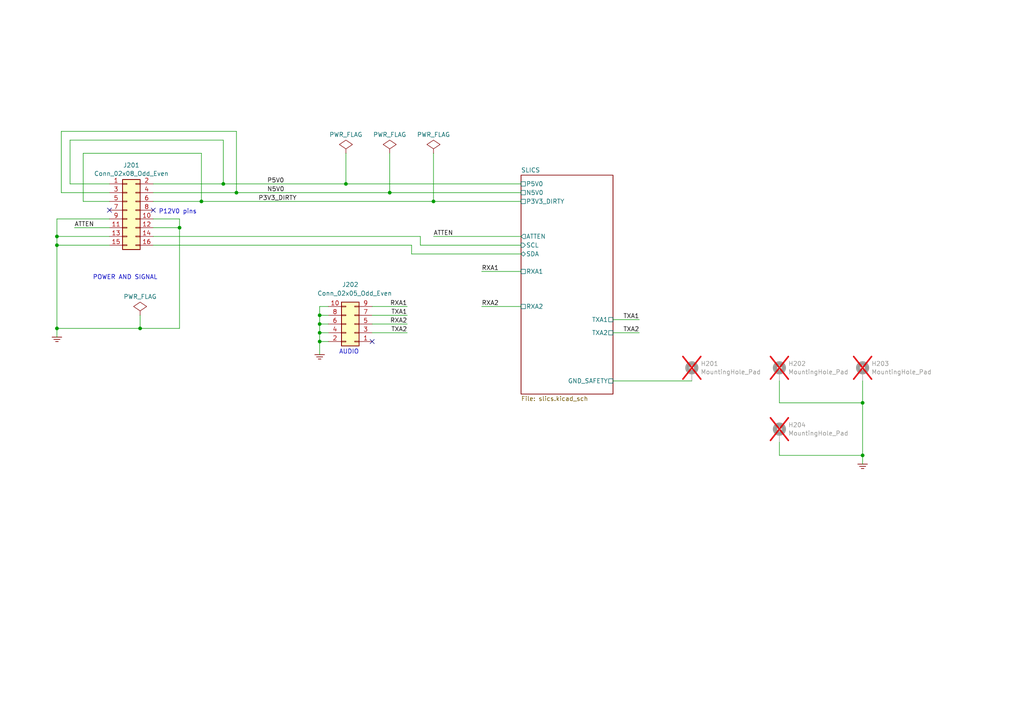
<source format=kicad_sch>
(kicad_sch (version 20231120) (generator "eeschema") (generator_version "8.0")
  (paper "A4")
  (title_block (title "Dual SLIC interface") (date "2024-04-25") (rev "A"))
  (lib_symbols
    (symbol "Connector_Generic:Conn_02x05_Odd_Even" (pin_names (offset 1.016) hide)
      (property "Reference" "J" (at 1.27 7.62 0))
      (property "Value" "Conn_02x05_Odd_Even" (at 1.27 -7.62 0))
      (symbol "Conn_02x05_Odd_Even_1_1"
        (rectangle (start -1.27 -4.953) (end 0 -5.207) (stroke (width 0.1524)))
        (rectangle (start -1.27 -2.413) (end 0 -2.667) (stroke (width 0.1524)))
        (rectangle (start -1.27 0.127) (end 0 -0.127) (stroke (width 0.1524)))
        (rectangle (start -1.27 2.667) (end 0 2.413) (stroke (width 0.1524)))
        (rectangle (start -1.27 5.207) (end 0 4.953) (stroke (width 0.1524)))
        (rectangle (start -1.27 6.35) (end 3.81 -6.35) (stroke (width 0.254)) (fill (type background)))
        (rectangle (start 3.81 -4.953) (end 2.54 -5.207) (stroke (width 0.1524)))
        (rectangle (start 3.81 -2.413) (end 2.54 -2.667) (stroke (width 0.1524)))
        (rectangle (start 3.81 0.127) (end 2.54 -0.127) (stroke (width 0.1524)))
        (rectangle (start 3.81 2.667) (end 2.54 2.413) (stroke (width 0.1524)))
        (rectangle (start 3.81 5.207) (end 2.54 4.953) (stroke (width 0.1524)))
        (pin passive line (at -5.08 5.08 0) (length 3.81) (name "Pin_1") (number "1"))
        (pin passive line (at 7.62 -5.08 180) (length 3.81) (name "Pin_10") (number "10"))
        (pin passive line (at 7.62 5.08 180) (length 3.81) (name "Pin_2") (number "2"))
        (pin passive line (at -5.08 2.54 0) (length 3.81) (name "Pin_3") (number "3"))
        (pin passive line (at 7.62 2.54 180) (length 3.81) (name "Pin_4") (number "4"))
        (pin passive line (at -5.08 0 0) (length 3.81) (name "Pin_5") (number "5"))
        (pin passive line (at 7.62 0 180) (length 3.81) (name "Pin_6") (number "6"))
        (pin passive line (at -5.08 -2.54 0) (length 3.81) (name "Pin_7") (number "7"))
        (pin passive line (at 7.62 -2.54 180) (length 3.81) (name "Pin_8") (number "8"))
        (pin passive line (at -5.08 -5.08 0) (length 3.81) (name "Pin_9") (number "9"))
      )
    )
    (symbol "Connector_Generic:Conn_02x08_Odd_Even" (pin_names (offset 1.016) hide)
      (property "Reference" "J" (at 1.27 10.16 0))
      (property "Value" "Conn_02x08_Odd_Even" (at 1.27 -12.7 0))
      (symbol "Conn_02x08_Odd_Even_1_1"
        (rectangle (start -1.27 -10.033) (end 0 -10.287) (stroke (width 0.1524)))
        (rectangle (start -1.27 -7.493) (end 0 -7.747) (stroke (width 0.1524)))
        (rectangle (start -1.27 -4.953) (end 0 -5.207) (stroke (width 0.1524)))
        (rectangle (start -1.27 -2.413) (end 0 -2.667) (stroke (width 0.1524)))
        (rectangle (start -1.27 0.127) (end 0 -0.127) (stroke (width 0.1524)))
        (rectangle (start -1.27 2.667) (end 0 2.413) (stroke (width 0.1524)))
        (rectangle (start -1.27 5.207) (end 0 4.953) (stroke (width 0.1524)))
        (rectangle (start -1.27 7.747) (end 0 7.493) (stroke (width 0.1524)))
        (rectangle (start -1.27 8.89) (end 3.81 -11.43) (stroke (width 0.254)) (fill (type background)))
        (rectangle (start 3.81 -10.033) (end 2.54 -10.287) (stroke (width 0.1524)))
        (rectangle (start 3.81 -7.493) (end 2.54 -7.747) (stroke (width 0.1524)))
        (rectangle (start 3.81 -4.953) (end 2.54 -5.207) (stroke (width 0.1524)))
        (rectangle (start 3.81 -2.413) (end 2.54 -2.667) (stroke (width 0.1524)))
        (rectangle (start 3.81 0.127) (end 2.54 -0.127) (stroke (width 0.1524)))
        (rectangle (start 3.81 2.667) (end 2.54 2.413) (stroke (width 0.1524)))
        (rectangle (start 3.81 5.207) (end 2.54 4.953) (stroke (width 0.1524)))
        (rectangle (start 3.81 7.747) (end 2.54 7.493) (stroke (width 0.1524)))
        (pin passive line (at -5.08 7.62 0) (length 3.81) (name "Pin_1") (number "1"))
        (pin passive line (at 7.62 -2.54 180) (length 3.81) (name "Pin_10") (number "10"))
        (pin passive line (at -5.08 -5.08 0) (length 3.81) (name "Pin_11") (number "11"))
        (pin passive line (at 7.62 -5.08 180) (length 3.81) (name "Pin_12") (number "12"))
        (pin passive line (at -5.08 -7.62 0) (length 3.81) (name "Pin_13") (number "13"))
        (pin passive line (at 7.62 -7.62 180) (length 3.81) (name "Pin_14") (number "14"))
        (pin passive line (at -5.08 -10.16 0) (length 3.81) (name "Pin_15") (number "15"))
        (pin passive line (at 7.62 -10.16 180) (length 3.81) (name "Pin_16") (number "16"))
        (pin passive line (at 7.62 7.62 180) (length 3.81) (name "Pin_2") (number "2"))
        (pin passive line (at -5.08 5.08 0) (length 3.81) (name "Pin_3") (number "3"))
        (pin passive line (at 7.62 5.08 180) (length 3.81) (name "Pin_4") (number "4"))
        (pin passive line (at -5.08 2.54 0) (length 3.81) (name "Pin_5") (number "5"))
        (pin passive line (at 7.62 2.54 180) (length 3.81) (name "Pin_6") (number "6"))
        (pin passive line (at -5.08 0 0) (length 3.81) (name "Pin_7") (number "7"))
        (pin passive line (at 7.62 0 180) (length 3.81) (name "Pin_8") (number "8"))
        (pin passive line (at -5.08 -2.54 0) (length 3.81) (name "Pin_9") (number "9"))
      )
    )
    (symbol "Mechanical:MountingHole_Pad" (pin_numbers hide) (pin_names (offset 1.016) hide)
      (property "Reference" "H" (at 0 6.35 0))
      (property "Value" "MountingHole_Pad" (at 0 4.445 0))
      (symbol "MountingHole_Pad_0_1"
        (circle (center 0 1.27) (radius 1.27) (stroke (width 1.27)))
      )
      (symbol "MountingHole_Pad_1_1"
        (pin input line (at 0 -2.54 90) (length 2.54) (name "1") (number "1"))
      )
    )
    (symbol "custom:GND" (power) (pin_names (offset 0))
      (symbol "GND_0_1"
        (polyline (pts (xy -1.397 0) (xy 1.397 0)) (stroke (width 0.2032)))
        (polyline (pts (xy -0.889 -0.635) (xy 0.889 -0.635)) (stroke (width 0.2032)))
        (polyline (pts (xy -0.381 -1.27) (xy 0.381 -1.27)) (stroke (width 0.2032)))
      )
      (symbol "GND_1_1"
        (pin power_in line (at 0 0 90) (length 0) hide (name "GND") (number "1"))
      )
    )
    (symbol "custom:PWR_FLAG" (power) (pin_numbers hide) (pin_names (offset 0) hide)
      (property "Value" "PWR_FLAG" (at 0 4.572 0))
      (symbol "PWR_FLAG_0_0"
        (pin power_out line (at 0 0 90) (length 0) (name "pwr") (number "1"))
      )
      (symbol "PWR_FLAG_0_1"
        (polyline (pts (xy 0 0) (xy 0 1.27) (xy -1.905 2.54) (xy 0 3.81) (xy 1.905 2.54) (xy 0 1.27)))
      )
    )
  )
  (junction (at 16.51 95.25))
  (junction (at 58.42 58.42))
  (junction (at 92.71 99.06))
  (junction (at 52.07 66.04))
  (junction (at 40.64 95.25))
  (junction (at 16.51 68.58))
  (junction (at 250.19 116.84))
  (junction (at 100.33 53.34))
  (junction (at 92.71 96.52))
  (junction (at 68.58 55.88))
  (junction (at 125.73 58.42))
  (junction (at 92.71 93.98))
  (junction (at 250.19 132.08))
  (junction (at 113.03 55.88))
  (junction (at 64.77 53.34))
  (junction (at 92.71 91.44))
  (junction (at 16.51 71.12))
  (no_connect (at 107.95 99.06))
  (no_connect (at 31.75 60.96))
  (no_connect (at 44.45 60.96))
  (wire (pts (xy 107.95 91.44) (xy 118.11 91.44)))
  (wire (pts (xy 44.45 55.88) (xy 68.58 55.88)))
  (wire (pts (xy 52.07 95.25) (xy 40.64 95.25)))
  (wire (pts (xy 68.58 38.1) (xy 68.58 55.88)))
  (wire (pts (xy 177.8 110.49) (xy 200.66 110.49)))
  (wire (pts (xy 100.33 44.45) (xy 100.33 53.34)))
  (wire (pts (xy 107.95 96.52) (xy 118.11 96.52)))
  (wire (pts (xy 92.71 99.06) (xy 92.71 102.87)))
  (wire (pts (xy 16.51 68.58) (xy 16.51 71.12)))
  (wire (pts (xy 17.78 55.88) (xy 17.78 38.1)))
  (wire (pts (xy 151.13 73.66) (xy 119.38 73.66)))
  (wire (pts (xy 16.51 71.12) (xy 31.75 71.12)))
  (wire (pts (xy 250.19 132.08) (xy 250.19 134.62)))
  (wire (pts (xy 113.03 44.45) (xy 113.03 55.88)))
  (wire (pts (xy 226.06 132.08) (xy 250.19 132.08)))
  (wire (pts (xy 64.77 53.34) (xy 100.33 53.34)))
  (wire (pts (xy 44.45 66.04) (xy 52.07 66.04)))
  (wire (pts (xy 107.95 93.98) (xy 118.11 93.98)))
  (wire (pts (xy 20.32 40.64) (xy 64.77 40.64)))
  (wire (pts (xy 125.73 44.45) (xy 125.73 58.42)))
  (wire (pts (xy 16.51 71.12) (xy 16.51 95.25)))
  (wire (pts (xy 17.78 38.1) (xy 68.58 38.1)))
  (wire (pts (xy 21.59 66.04) (xy 31.75 66.04)))
  (wire (pts (xy 40.64 91.44) (xy 40.64 95.25)))
  (wire (pts (xy 121.92 71.12) (xy 121.92 68.58)))
  (wire (pts (xy 139.7 78.74) (xy 151.13 78.74)))
  (wire (pts (xy 24.13 44.45) (xy 58.42 44.45)))
  (wire (pts (xy 52.07 63.5) (xy 52.07 66.04)))
  (wire (pts (xy 16.51 95.25) (xy 16.51 97.79)))
  (wire (pts (xy 226.06 110.49) (xy 226.06 116.84)))
  (wire (pts (xy 226.06 116.84) (xy 250.19 116.84)))
  (wire (pts (xy 226.06 128.27) (xy 226.06 132.08)))
  (wire (pts (xy 250.19 116.84) (xy 250.19 132.08)))
  (wire (pts (xy 58.42 58.42) (xy 125.73 58.42)))
  (wire (pts (xy 95.25 99.06) (xy 92.71 99.06)))
  (wire (pts (xy 58.42 44.45) (xy 58.42 58.42)))
  (wire (pts (xy 125.73 58.42) (xy 151.13 58.42)))
  (wire (pts (xy 95.25 88.9) (xy 92.71 88.9)))
  (wire (pts (xy 95.25 91.44) (xy 92.71 91.44)))
  (wire (pts (xy 44.45 58.42) (xy 58.42 58.42)))
  (wire (pts (xy 40.64 95.25) (xy 16.51 95.25)))
  (wire (pts (xy 31.75 55.88) (xy 17.78 55.88)))
  (wire (pts (xy 64.77 40.64) (xy 64.77 53.34)))
  (wire (pts (xy 119.38 73.66) (xy 119.38 71.12)))
  (wire (pts (xy 52.07 66.04) (xy 52.07 95.25)))
  (wire (pts (xy 24.13 58.42) (xy 24.13 44.45)))
  (wire (pts (xy 95.25 93.98) (xy 92.71 93.98)))
  (wire (pts (xy 16.51 63.5) (xy 31.75 63.5)))
  (wire (pts (xy 92.71 96.52) (xy 92.71 99.06)))
  (wire (pts (xy 121.92 71.12) (xy 151.13 71.12)))
  (wire (pts (xy 44.45 53.34) (xy 64.77 53.34)))
  (wire (pts (xy 44.45 63.5) (xy 52.07 63.5)))
  (wire (pts (xy 92.71 88.9) (xy 92.71 91.44)))
  (wire (pts (xy 107.95 88.9) (xy 118.11 88.9)))
  (wire (pts (xy 20.32 53.34) (xy 20.32 40.64)))
  (wire (pts (xy 177.8 96.52) (xy 185.42 96.52)))
  (wire (pts (xy 113.03 55.88) (xy 151.13 55.88)))
  (wire (pts (xy 92.71 91.44) (xy 92.71 93.98)))
  (wire (pts (xy 125.73 68.58) (xy 151.13 68.58)))
  (wire (pts (xy 31.75 58.42) (xy 24.13 58.42)))
  (wire (pts (xy 177.8 92.71) (xy 185.42 92.71)))
  (wire (pts (xy 16.51 63.5) (xy 16.51 68.58)))
  (wire (pts (xy 16.51 68.58) (xy 31.75 68.58)))
  (wire (pts (xy 95.25 96.52) (xy 92.71 96.52)))
  (wire (pts (xy 44.45 71.12) (xy 119.38 71.12)))
  (wire (pts (xy 100.33 53.34) (xy 151.13 53.34)))
  (wire (pts (xy 31.75 53.34) (xy 20.32 53.34)))
  (wire (pts (xy 121.92 68.58) (xy 44.45 68.58)))
  (wire (pts (xy 68.58 55.88) (xy 113.03 55.88)))
  (wire (pts (xy 250.19 110.49) (xy 250.19 116.84)))
  (wire (pts (xy 92.71 93.98) (xy 92.71 96.52)))
  (wire (pts (xy 139.7 88.9) (xy 151.13 88.9)))
  (text "AUDIO" (at 104.14 102.87 0) (effects (font (size 1.27 1.27)) (justify right bottom)))
  (text "POWER AND SIGNAL" (at 45.72 81.28 0) (effects (font (size 1.27 1.27)) (justify right bottom)))
  (text "P12V0 pins" (at 51.562 61.468 0) (effects (font (size 1.27 1.27))))
  (label "RXA1" (at 139.7 78.74 0))
  (label "RXA1" (at 118.11 88.9 180))
  (label "RXA2" (at 118.11 93.98 180))
  (label "RXA2" (at 139.7 88.9 0))
  (label "N5V0" (at 77.47 55.88 0))
  (label "TXA1" (at 185.42 92.71 180))
  (label "TXA2" (at 185.42 96.52 180))
  (label "ATTEN" (at 21.59 66.04 0))
  (label "TXA2" (at 118.11 96.52 180))
  (label "P3V3_DIRTY" (at 74.93 58.42 0))
  (label "P5V0" (at 77.47 53.34 0))
  (label "ATTEN" (at 125.73 68.58 0))
  (label "TXA1" (at 118.11 91.44 180))
  (symbol (lib_id "custom:PWR_FLAG") (at 113.03 44.45 0) (unit 1)
    (property "Reference" "#FLG0202" (effects (hide yes)))
    (property "Value" "PWR_FLAG" (at 113.03 39.0469 0))
  )
  (symbol (lib_id "custom:PWR_FLAG") (at 125.73 44.45 0) (unit 1)
    (property "Reference" "#FLG0203" (effects (hide yes)))
    (property "Value" "PWR_FLAG" (at 125.73 39.0469 0))
  )
  (symbol (lib_id "Connector_Generic:Conn_02x08_Odd_Even") (at 36.83 60.96 0) (unit 1)
    (property "Reference" "J201" (at 38.1 47.9255 0))
    (property "Value" "Conn_02x08_Odd_Even" (at 38.1 50.3498 0))
    (property "Footprint" "Connector_PinHeader_2.54mm:PinHeader_2x08_P2.54mm_Horizontal" (effects (hide yes)))
    (property "Description" "Generic connector, double row, 02x08, odd/even pin numbering scheme (row 1 odd numbers, row 2 even numbers), script generated (kicad-library-utils/schlib/autogen/connector/)" (effects (hide yes)))
    (property "PartNumber" "800425-116" (effects (hide yes)))
  )
  (symbol (lib_id "Mechanical:MountingHole_Pad") (at 226.06 107.95 0) (unit 1) (in_bom no) (dnp yes)
    (property "Reference" "H202" (at 228.6 105.4678 0) (effects (justify left)))
    (property "Value" "MountingHole_Pad" (at 228.6 107.8921 0) (effects (justify left)))
    (property "Footprint" "MountingHole:MountingHole_3.2mm_M3_Pad_Via" (effects (hide yes)))
    (property "Description" "Mounting Hole with connection" (effects (hide yes)))
    (property "PartNumber" "800XXX-XXX" (effects (hide yes)))
  )
  (symbol (lib_id "Mechanical:MountingHole_Pad") (at 250.19 107.95 0) (unit 1) (in_bom no) (dnp yes)
    (property "Reference" "H203" (at 252.73 105.4678 0) (effects (justify left)))
    (property "Value" "MountingHole_Pad" (at 252.73 107.8921 0) (effects (justify left)))
    (property "Footprint" "MountingHole:MountingHole_3.2mm_M3_Pad_Via" (effects (hide yes)))
    (property "Description" "Mounting Hole with connection" (effects (hide yes)))
    (property "PartNumber" "800XXX-XXX" (effects (hide yes)))
  )
  (symbol (lib_id "Connector_Generic:Conn_02x05_Odd_Even") (at 102.87 93.98 180) (unit 1)
    (property "Reference" "J202" (at 101.6 82.55 0))
    (property "Value" "Conn_02x05_Odd_Even" (at 102.87 85.09 0))
    (property "Footprint" "Connector_PinHeader_2.54mm:PinHeader_2x05_P2.54mm_Horizontal" (effects (hide yes)))
    (property "Description" "Generic connector, double row, 02x05, odd/even pin numbering scheme (row 1 odd numbers, row 2 even numbers), script generated (kicad-library-utils/schlib/autogen/connector/)" (effects (hide yes)))
    (property "PartNumber" "800425-110" (effects (hide yes)))
  )
  (symbol (lib_id "custom:PWR_FLAG") (at 40.64 91.44 0) (unit 1)
    (property "Reference" "#FLG0204" (effects (hide yes)))
    (property "Value" "PWR_FLAG" (at 40.64 86.0369 0))
  )
  (symbol (lib_id "Mechanical:MountingHole_Pad") (at 200.66 107.95 0) (unit 1) (in_bom no) (dnp yes)
    (property "Reference" "H201" (at 203.2 105.4678 0) (effects (justify left)))
    (property "Value" "MountingHole_Pad" (at 203.2 107.8921 0) (effects (justify left)))
    (property "Footprint" "MountingHole:MountingHole_3.2mm_M3_Pad_Via" (effects (hide yes)))
    (property "Description" "Mounting Hole with connection" (effects (hide yes)))
    (property "PartNumber" "800XXX-XXX" (effects (hide yes)))
  )
  (symbol (lib_id "Mechanical:MountingHole_Pad") (at 226.06 125.73 0) (unit 1) (in_bom no) (dnp yes)
    (property "Reference" "H204" (at 228.6 123.2478 0) (effects (justify left)))
    (property "Value" "MountingHole_Pad" (at 228.6 125.6721 0) (effects (justify left)))
    (property "Footprint" "MountingHole:MountingHole_3.2mm_M3_Pad_Via" (effects (hide yes)))
    (property "Description" "Mounting Hole with connection" (effects (hide yes)))
    (property "PartNumber" "800XXX-XXX" (effects (hide yes)))
  )
  (symbol (lib_id "custom:PWR_FLAG") (at 100.33 44.45 0) (unit 1)
    (property "Reference" "#FLG0201" (effects (hide yes)))
    (property "Value" "PWR_FLAG" (at 100.33 39.0469 0))
  )
  (symbol (lib_id "custom:GND") (at 92.71 102.87 0) (unit 1)
    (property "Reference" "#PWR0202" (effects (hide yes)))
    (property "Value" "GND" (effects (hide yes)))
  )
  (symbol (lib_id "custom:GND") (at 250.19 134.62 0) (unit 1)
    (property "Reference" "#PWR0203" (effects (hide yes)))
    (property "Value" "GND" (effects (hide yes)))
  )
  (symbol (lib_id "custom:GND") (at 16.51 97.79 0) (unit 1)
    (property "Reference" "#PWR0201" (effects (hide yes)))
    (property "Value" "GND" (effects (hide yes)))
  )
  (sheet (at 151.13 50.8) (size 26.67 63.5) (stroke (width 0.1524))
    (property "Sheetname" "SLICS" (at 151.13 50.0884 0) (effects (justify left bottom)))
    (property "Sheetfile" "slics.kicad_sch" (at 151.13 114.8846 0) (effects (justify left top)))
    (pin "N5V0" passive (at 151.13 55.88 180))
    (pin "P5V0" passive (at 151.13 53.34 180))
    (pin "P3V3_DIRTY" passive (at 151.13 58.42 180))
    (pin "RXA1" passive (at 151.13 78.74 180))
    (pin "TXA1" passive (at 177.8 92.71 0))
    (pin "SCL" input (at 151.13 71.12 180))
    (pin "ATTEN" output (at 151.13 68.58 180))
    (pin "SDA" bidirectional (at 151.13 73.66 180))
    (pin "TXA2" passive (at 177.8 96.52 0))
    (pin "RXA2" passive (at 151.13 88.9 180))
    (pin "GND_SAFETY" passive (at 177.8 110.49 0))
  )
)
</source>
